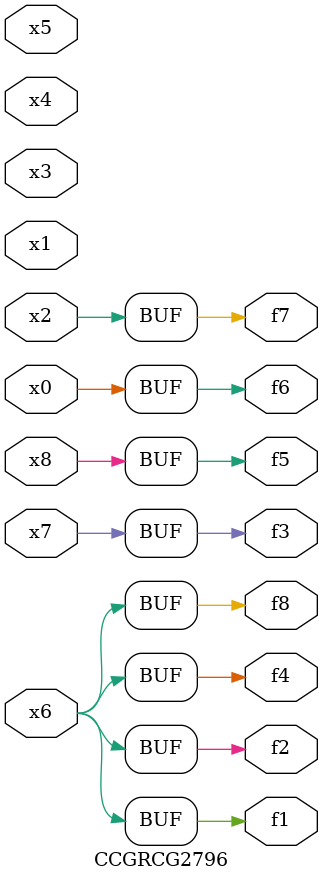
<source format=v>
module CCGRCG2796(
	input x0, x1, x2, x3, x4, x5, x6, x7, x8,
	output f1, f2, f3, f4, f5, f6, f7, f8
);
	assign f1 = x6;
	assign f2 = x6;
	assign f3 = x7;
	assign f4 = x6;
	assign f5 = x8;
	assign f6 = x0;
	assign f7 = x2;
	assign f8 = x6;
endmodule

</source>
